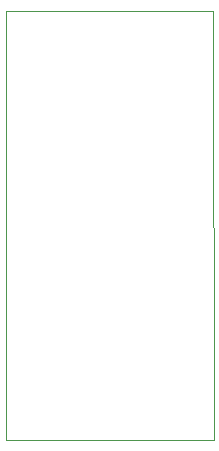
<source format=gbr>
%TF.GenerationSoftware,KiCad,Pcbnew,(5.1.6)-1*%
%TF.CreationDate,2021-05-02T16:05:47+02:00*%
%TF.ProjectId,nv-fram,6e762d66-7261-46d2-9e6b-696361645f70,rev?*%
%TF.SameCoordinates,Original*%
%TF.FileFunction,Profile,NP*%
%FSLAX46Y46*%
G04 Gerber Fmt 4.6, Leading zero omitted, Abs format (unit mm)*
G04 Created by KiCad (PCBNEW (5.1.6)-1) date 2021-05-02 16:05:47*
%MOMM*%
%LPD*%
G01*
G04 APERTURE LIST*
%TA.AperFunction,Profile*%
%ADD10C,0.050000*%
%TD*%
G04 APERTURE END LIST*
D10*
X136017000Y-107061000D02*
X136017000Y-70739000D01*
X153670000Y-107061000D02*
X136017000Y-107061000D01*
X153543000Y-70739000D02*
X153670000Y-107061000D01*
X136017000Y-70739000D02*
X153543000Y-70739000D01*
M02*

</source>
